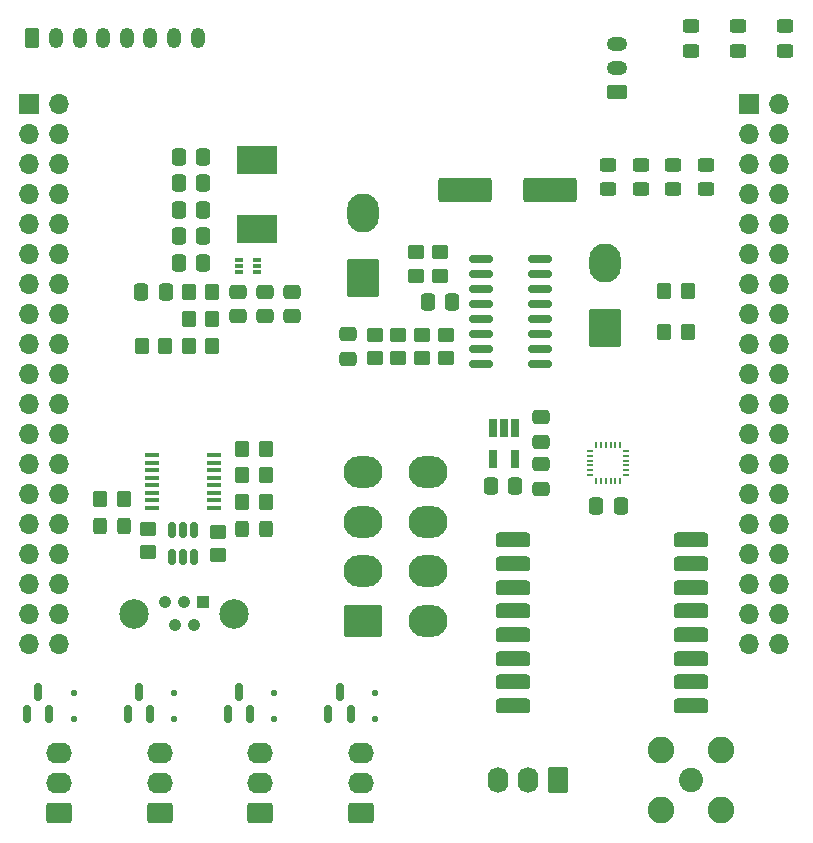
<source format=gts>
%TF.GenerationSoftware,KiCad,Pcbnew,8.0.0*%
%TF.CreationDate,2024-03-16T12:32:22-04:00*%
%TF.ProjectId,AMP_PCBv3,414d505f-5043-4427-9633-2e6b69636164,A*%
%TF.SameCoordinates,Original*%
%TF.FileFunction,Soldermask,Top*%
%TF.FilePolarity,Negative*%
%FSLAX46Y46*%
G04 Gerber Fmt 4.6, Leading zero omitted, Abs format (unit mm)*
G04 Created by KiCad (PCBNEW 8.0.0) date 2024-03-16 12:32:22*
%MOMM*%
%LPD*%
G01*
G04 APERTURE LIST*
G04 Aperture macros list*
%AMRoundRect*
0 Rectangle with rounded corners*
0 $1 Rounding radius*
0 $2 $3 $4 $5 $6 $7 $8 $9 X,Y pos of 4 corners*
0 Add a 4 corners polygon primitive as box body*
4,1,4,$2,$3,$4,$5,$6,$7,$8,$9,$2,$3,0*
0 Add four circle primitives for the rounded corners*
1,1,$1+$1,$2,$3*
1,1,$1+$1,$4,$5*
1,1,$1+$1,$6,$7*
1,1,$1+$1,$8,$9*
0 Add four rect primitives between the rounded corners*
20,1,$1+$1,$2,$3,$4,$5,0*
20,1,$1+$1,$4,$5,$6,$7,0*
20,1,$1+$1,$6,$7,$8,$9,0*
20,1,$1+$1,$8,$9,$2,$3,0*%
G04 Aperture macros list end*
%ADD10R,0.700000X0.340000*%
%ADD11RoundRect,0.250000X-0.450000X0.325000X-0.450000X-0.325000X0.450000X-0.325000X0.450000X0.325000X0*%
%ADD12RoundRect,0.250000X0.450000X-0.325000X0.450000X0.325000X-0.450000X0.325000X-0.450000X-0.325000X0*%
%ADD13RoundRect,0.250000X-0.337500X-0.475000X0.337500X-0.475000X0.337500X0.475000X-0.337500X0.475000X0*%
%ADD14RoundRect,0.250000X-0.475000X0.337500X-0.475000X-0.337500X0.475000X-0.337500X0.475000X0.337500X0*%
%ADD15RoundRect,0.250000X0.450000X-0.350000X0.450000X0.350000X-0.450000X0.350000X-0.450000X-0.350000X0*%
%ADD16RoundRect,0.125000X0.125000X-0.125000X0.125000X0.125000X-0.125000X0.125000X-0.125000X-0.125000X0*%
%ADD17R,1.050000X1.050000*%
%ADD18C,1.050000*%
%ADD19C,2.500000*%
%ADD20RoundRect,0.250000X0.325000X0.450000X-0.325000X0.450000X-0.325000X-0.450000X0.325000X-0.450000X0*%
%ADD21RoundRect,0.150000X0.150000X-0.512500X0.150000X0.512500X-0.150000X0.512500X-0.150000X-0.512500X0*%
%ADD22RoundRect,0.250000X-0.350000X-0.450000X0.350000X-0.450000X0.350000X0.450000X-0.350000X0.450000X0*%
%ADD23RoundRect,0.250000X0.337500X0.475000X-0.337500X0.475000X-0.337500X-0.475000X0.337500X-0.475000X0*%
%ADD24RoundRect,0.250000X-0.450000X0.350000X-0.450000X-0.350000X0.450000X-0.350000X0.450000X0.350000X0*%
%ADD25RoundRect,0.250000X0.350000X0.450000X-0.350000X0.450000X-0.350000X-0.450000X0.350000X-0.450000X0*%
%ADD26RoundRect,0.050000X-0.050000X0.225000X-0.050000X-0.225000X0.050000X-0.225000X0.050000X0.225000X0*%
%ADD27RoundRect,0.050000X-0.225000X-0.050000X0.225000X-0.050000X0.225000X0.050000X-0.225000X0.050000X0*%
%ADD28RoundRect,0.317500X-1.157500X-0.317500X1.157500X-0.317500X1.157500X0.317500X-1.157500X0.317500X0*%
%ADD29RoundRect,0.150000X0.150000X-0.587500X0.150000X0.587500X-0.150000X0.587500X-0.150000X-0.587500X0*%
%ADD30RoundRect,0.250000X0.475000X-0.337500X0.475000X0.337500X-0.475000X0.337500X-0.475000X-0.337500X0*%
%ADD31RoundRect,0.250001X1.099999X1.399999X-1.099999X1.399999X-1.099999X-1.399999X1.099999X-1.399999X0*%
%ADD32O,2.700000X3.300000*%
%ADD33RoundRect,0.250000X-0.350000X-0.625000X0.350000X-0.625000X0.350000X0.625000X-0.350000X0.625000X0*%
%ADD34O,1.200000X1.750000*%
%ADD35R,0.650000X1.560000*%
%ADD36R,1.700000X1.700000*%
%ADD37O,1.700000X1.700000*%
%ADD38RoundRect,0.250000X0.845000X-0.620000X0.845000X0.620000X-0.845000X0.620000X-0.845000X-0.620000X0*%
%ADD39O,2.190000X1.740000*%
%ADD40C,2.050000*%
%ADD41C,2.250000*%
%ADD42RoundRect,0.250000X0.625000X-0.350000X0.625000X0.350000X-0.625000X0.350000X-0.625000X-0.350000X0*%
%ADD43O,1.750000X1.200000*%
%ADD44RoundRect,0.150000X0.850000X0.150000X-0.850000X0.150000X-0.850000X-0.150000X0.850000X-0.150000X0*%
%ADD45R,1.200000X0.400000*%
%ADD46RoundRect,0.250001X-1.999999X-0.799999X1.999999X-0.799999X1.999999X0.799999X-1.999999X0.799999X0*%
%ADD47R,3.429000X2.413000*%
%ADD48RoundRect,0.250000X0.620000X0.845000X-0.620000X0.845000X-0.620000X-0.845000X0.620000X-0.845000X0*%
%ADD49O,1.740000X2.190000*%
%ADD50RoundRect,0.250001X1.399999X-1.099999X1.399999X1.099999X-1.399999X1.099999X-1.399999X-1.099999X0*%
%ADD51O,3.300000X2.700000*%
G04 APERTURE END LIST*
D10*
%TO.C,U1*%
X131250000Y-90500000D03*
X131250000Y-90000000D03*
X131250000Y-89500000D03*
X129750000Y-89500000D03*
X129750000Y-90000000D03*
X129750000Y-90500000D03*
%TD*%
D11*
%TO.C,D7*%
X176000000Y-69725000D03*
X176000000Y-71775000D03*
%TD*%
D12*
%TO.C,D1*%
X161000000Y-83525000D03*
X161000000Y-81475000D03*
%TD*%
D13*
%TO.C,C4*%
X121462500Y-92250000D03*
X123537500Y-92250000D03*
%TD*%
D11*
%TO.C,D6*%
X172000000Y-69725000D03*
X172000000Y-71775000D03*
%TD*%
D14*
%TO.C,C2*%
X131950000Y-92212500D03*
X131950000Y-94287500D03*
%TD*%
D15*
%TO.C,R24*%
X122000000Y-114250000D03*
X122000000Y-112250000D03*
%TD*%
D16*
%TO.C,D13*%
X141270000Y-128350000D03*
X141270000Y-126150000D03*
%TD*%
D17*
%TO.C,J2*%
X126700000Y-118500000D03*
D18*
X125900000Y-120400000D03*
X125100000Y-118500000D03*
X124300000Y-120400000D03*
X123500000Y-118500000D03*
D19*
X129350000Y-119440000D03*
X120850000Y-119440000D03*
%TD*%
D20*
%TO.C,D9*%
X120025000Y-112000000D03*
X117975000Y-112000000D03*
%TD*%
D21*
%TO.C,U6*%
X124050000Y-114637500D03*
X125000000Y-114637500D03*
X125950000Y-114637500D03*
X125950000Y-112362500D03*
X125000000Y-112362500D03*
X124050000Y-112362500D03*
%TD*%
D22*
%TO.C,R7*%
X125500000Y-96750000D03*
X127500000Y-96750000D03*
%TD*%
%TO.C,R27*%
X130000000Y-110000000D03*
X132000000Y-110000000D03*
%TD*%
D23*
%TO.C,C7*%
X126737500Y-85250000D03*
X124662500Y-85250000D03*
%TD*%
D24*
%TO.C,R19*%
X146750000Y-88845000D03*
X146750000Y-90845000D03*
%TD*%
D25*
%TO.C,R5*%
X127500000Y-94500000D03*
X125500000Y-94500000D03*
%TD*%
D26*
%TO.C,U5*%
X162000000Y-105200000D03*
X161600000Y-105200000D03*
X161200000Y-105200000D03*
X160800000Y-105200000D03*
X160400000Y-105200000D03*
X160000000Y-105200000D03*
D27*
X159500000Y-105700000D03*
X159500000Y-106100000D03*
X159500000Y-106500000D03*
X159500000Y-106900000D03*
X159500000Y-107300000D03*
X159500000Y-107700000D03*
D26*
X160000000Y-108200000D03*
X160400000Y-108200000D03*
X160800000Y-108200000D03*
X161200000Y-108200000D03*
X161600000Y-108200000D03*
X162000000Y-108200000D03*
D27*
X162500000Y-107700000D03*
X162500000Y-107300000D03*
X162500000Y-106900000D03*
X162500000Y-106500000D03*
X162500000Y-106100000D03*
X162500000Y-105700000D03*
%TD*%
D28*
%TO.C,U2*%
X152975000Y-113250000D03*
X152975000Y-115250000D03*
X152975000Y-117250000D03*
X152975000Y-119250000D03*
X152975000Y-121250000D03*
X152975000Y-123250000D03*
X152975000Y-125250000D03*
X152975000Y-127250000D03*
X168025000Y-127250000D03*
X168025000Y-125250000D03*
X168025000Y-123250000D03*
X168025000Y-121250000D03*
X168025000Y-119250000D03*
X168025000Y-117250000D03*
X168025000Y-115250000D03*
X168025000Y-113250000D03*
%TD*%
D16*
%TO.C,D11*%
X124270000Y-128350000D03*
X124270000Y-126150000D03*
%TD*%
D23*
%TO.C,C8*%
X126737500Y-83000000D03*
X124662500Y-83000000D03*
%TD*%
D29*
%TO.C,Q2*%
X120320000Y-127937500D03*
X122220000Y-127937500D03*
X121270000Y-126062500D03*
%TD*%
D30*
%TO.C,C15*%
X155300000Y-104875000D03*
X155300000Y-102800000D03*
%TD*%
D31*
%TO.C,J1*%
X140250000Y-91000000D03*
D32*
X140250000Y-85500000D03*
%TD*%
D33*
%TO.C,J5*%
X112250000Y-70750000D03*
D34*
X114250000Y-70750000D03*
X116250000Y-70750000D03*
X118250000Y-70750000D03*
X120250000Y-70750000D03*
X122250000Y-70750000D03*
X124250000Y-70750000D03*
X126250000Y-70750000D03*
%TD*%
D23*
%TO.C,C5*%
X126737500Y-89750000D03*
X124662500Y-89750000D03*
%TD*%
D24*
%TO.C,R12*%
X143250000Y-95845000D03*
X143250000Y-97845000D03*
%TD*%
D25*
%TO.C,R14*%
X167750000Y-95595000D03*
X165750000Y-95595000D03*
%TD*%
%TO.C,R4*%
X127500000Y-92250000D03*
X125500000Y-92250000D03*
%TD*%
D22*
%TO.C,R6*%
X121500000Y-96750000D03*
X123500000Y-96750000D03*
%TD*%
D35*
%TO.C,U7*%
X153150000Y-103687500D03*
X152200000Y-103687500D03*
X151250000Y-103687500D03*
X151250000Y-106387500D03*
X153150000Y-106387500D03*
%TD*%
D31*
%TO.C,M1*%
X160750000Y-95250000D03*
D32*
X160750000Y-89750000D03*
%TD*%
D22*
%TO.C,R15*%
X165750000Y-92095000D03*
X167750000Y-92095000D03*
%TD*%
D15*
%TO.C,R16*%
X145250000Y-97845000D03*
X145250000Y-95845000D03*
%TD*%
D36*
%TO.C,CN10*%
X172960000Y-76280000D03*
D37*
X175500000Y-76280000D03*
X172960000Y-78820000D03*
X175500000Y-78820000D03*
X172960000Y-81360000D03*
X175500000Y-81360000D03*
X172960000Y-83900000D03*
X175500000Y-83900000D03*
X172960000Y-86440000D03*
X175500000Y-86440000D03*
X172960000Y-88980000D03*
X175500000Y-88980000D03*
X172960000Y-91520000D03*
X175500000Y-91520000D03*
X172960000Y-94060000D03*
X175500000Y-94060000D03*
X172960000Y-96600000D03*
X175500000Y-96600000D03*
X172960000Y-99140000D03*
X175500000Y-99140000D03*
X172960000Y-101680000D03*
X175500000Y-101680000D03*
X172960000Y-104220000D03*
X175500000Y-104220000D03*
X172960000Y-106760000D03*
X175500000Y-106760000D03*
X172960000Y-109300000D03*
X175500000Y-109300000D03*
X172960000Y-111840000D03*
X175500000Y-111840000D03*
X172960000Y-114380000D03*
X175500000Y-114380000D03*
X172960000Y-116920000D03*
X175500000Y-116920000D03*
X172960000Y-119460000D03*
X175500000Y-119460000D03*
X172960000Y-122000000D03*
X175500000Y-122000000D03*
%TD*%
D38*
%TO.C,M2*%
X114520000Y-136290000D03*
D39*
X114520000Y-133750000D03*
X114520000Y-131210000D03*
%TD*%
D14*
%TO.C,C1*%
X134200000Y-92212500D03*
X134200000Y-94287500D03*
%TD*%
D22*
%TO.C,R26*%
X130000000Y-107750000D03*
X132000000Y-107750000D03*
%TD*%
D29*
%TO.C,Q4*%
X137320000Y-127937500D03*
X139220000Y-127937500D03*
X138270000Y-126062500D03*
%TD*%
D40*
%TO.C,AE1*%
X168000000Y-133500000D03*
D41*
X170540000Y-130960000D03*
X165460000Y-130960000D03*
X170540000Y-136040000D03*
X165460000Y-136040000D03*
%TD*%
D30*
%TO.C,C10*%
X139000000Y-97882500D03*
X139000000Y-95807500D03*
%TD*%
D15*
%TO.C,R18*%
X147250000Y-97845000D03*
X147250000Y-95845000D03*
%TD*%
D11*
%TO.C,D5*%
X168000000Y-69725000D03*
X168000000Y-71775000D03*
%TD*%
D14*
%TO.C,C3*%
X129700000Y-92212500D03*
X129700000Y-94287500D03*
%TD*%
D36*
%TO.C,CN7*%
X112000000Y-76280000D03*
D37*
X114540000Y-76280000D03*
X112000000Y-78820000D03*
X114540000Y-78820000D03*
X112000000Y-81360000D03*
X114540000Y-81360000D03*
X112000000Y-83900000D03*
X114540000Y-83900000D03*
X112000000Y-86440000D03*
X114540000Y-86440000D03*
X112000000Y-88980000D03*
X114540000Y-88980000D03*
X112000000Y-91520000D03*
X114540000Y-91520000D03*
X112000000Y-94060000D03*
X114540000Y-94060000D03*
X112000000Y-96600000D03*
X114540000Y-96600000D03*
X112000000Y-99140000D03*
X114540000Y-99140000D03*
X112000000Y-101680000D03*
X114540000Y-101680000D03*
X112000000Y-104220000D03*
X114540000Y-104220000D03*
X112000000Y-106760000D03*
X114540000Y-106760000D03*
X112000000Y-109300000D03*
X114540000Y-109300000D03*
X112000000Y-111840000D03*
X114540000Y-111840000D03*
X112000000Y-114380000D03*
X114540000Y-114380000D03*
X112000000Y-116920000D03*
X114540000Y-116920000D03*
X112000000Y-119460000D03*
X114540000Y-119460000D03*
X112000000Y-122000000D03*
X114540000Y-122000000D03*
%TD*%
D13*
%TO.C,C14*%
X160012500Y-110300000D03*
X162087500Y-110300000D03*
%TD*%
D38*
%TO.C,M4*%
X131520000Y-136290000D03*
D39*
X131520000Y-133750000D03*
X131520000Y-131210000D03*
%TD*%
D42*
%TO.C,J4*%
X161750000Y-75250000D03*
D43*
X161750000Y-73250000D03*
X161750000Y-71250000D03*
%TD*%
D44*
%TO.C,U4*%
X155250000Y-98290000D03*
X155250000Y-97020000D03*
X155250000Y-95750000D03*
X155250000Y-94480000D03*
X155250000Y-93210000D03*
X155250000Y-91940000D03*
X155250000Y-90670000D03*
X155250000Y-89400000D03*
X150250000Y-89400000D03*
X150250000Y-90670000D03*
X150250000Y-91940000D03*
X150250000Y-93210000D03*
X150250000Y-94480000D03*
X150250000Y-95750000D03*
X150250000Y-97020000D03*
X150250000Y-98290000D03*
%TD*%
D15*
%TO.C,R23*%
X128000000Y-114500000D03*
X128000000Y-112500000D03*
%TD*%
D29*
%TO.C,Q1*%
X111800000Y-127937500D03*
X113700000Y-127937500D03*
X112750000Y-126062500D03*
%TD*%
D12*
%TO.C,D3*%
X166500000Y-83525000D03*
X166500000Y-81475000D03*
%TD*%
D38*
%TO.C,M5*%
X140040000Y-136290000D03*
D39*
X140040000Y-133750000D03*
X140040000Y-131210000D03*
%TD*%
D45*
%TO.C,U3*%
X122400000Y-106027500D03*
X122400000Y-106662500D03*
X122400000Y-107297500D03*
X122400000Y-107932500D03*
X122400000Y-108567500D03*
X122400000Y-109202500D03*
X122400000Y-109837500D03*
X122400000Y-110472500D03*
X127600000Y-110472500D03*
X127600000Y-109837500D03*
X127600000Y-109202500D03*
X127600000Y-108567500D03*
X127600000Y-107932500D03*
X127600000Y-107297500D03*
X127600000Y-106662500D03*
X127600000Y-106027500D03*
%TD*%
D23*
%TO.C,C16*%
X153137500Y-108637500D03*
X151062500Y-108637500D03*
%TD*%
D16*
%TO.C,D10*%
X115750000Y-128350000D03*
X115750000Y-126150000D03*
%TD*%
D15*
%TO.C,R13*%
X141250000Y-97845000D03*
X141250000Y-95845000D03*
%TD*%
D12*
%TO.C,D4*%
X169250000Y-83525000D03*
X169250000Y-81475000D03*
%TD*%
D13*
%TO.C,C12*%
X145712500Y-93095000D03*
X147787500Y-93095000D03*
%TD*%
D23*
%TO.C,C9*%
X126737500Y-80750000D03*
X124662500Y-80750000D03*
%TD*%
D38*
%TO.C,M3*%
X123040000Y-136290000D03*
D39*
X123040000Y-133750000D03*
X123040000Y-131210000D03*
%TD*%
D12*
%TO.C,D2*%
X163750000Y-83525000D03*
X163750000Y-81475000D03*
%TD*%
D46*
%TO.C,C11*%
X148900000Y-83595000D03*
X156100000Y-83595000D03*
%TD*%
D47*
%TO.C,L1*%
X131250000Y-86921000D03*
X131250000Y-81079000D03*
%TD*%
D15*
%TO.C,R17*%
X144750000Y-90845000D03*
X144750000Y-88845000D03*
%TD*%
D20*
%TO.C,D8*%
X132025000Y-112250000D03*
X129975000Y-112250000D03*
%TD*%
D22*
%TO.C,R28*%
X118000000Y-109750000D03*
X120000000Y-109750000D03*
%TD*%
D25*
%TO.C,R25*%
X132000000Y-105500000D03*
X130000000Y-105500000D03*
%TD*%
D48*
%TO.C,J3*%
X156790000Y-133500000D03*
D49*
X154250000Y-133500000D03*
X151710000Y-133500000D03*
%TD*%
D23*
%TO.C,C6*%
X126737500Y-87500000D03*
X124662500Y-87500000D03*
%TD*%
D50*
%TO.C,J6*%
X140250000Y-120050000D03*
D51*
X140250000Y-115850000D03*
X140250000Y-111650000D03*
X140250000Y-107450000D03*
X145750000Y-120050000D03*
X145750000Y-115850000D03*
X145750000Y-111650000D03*
X145750000Y-107450000D03*
%TD*%
D16*
%TO.C,D12*%
X132750000Y-128350000D03*
X132750000Y-126150000D03*
%TD*%
D29*
%TO.C,Q3*%
X128800000Y-127937500D03*
X130700000Y-127937500D03*
X129750000Y-126062500D03*
%TD*%
D14*
%TO.C,C13*%
X155300000Y-106800000D03*
X155300000Y-108875000D03*
%TD*%
M02*

</source>
